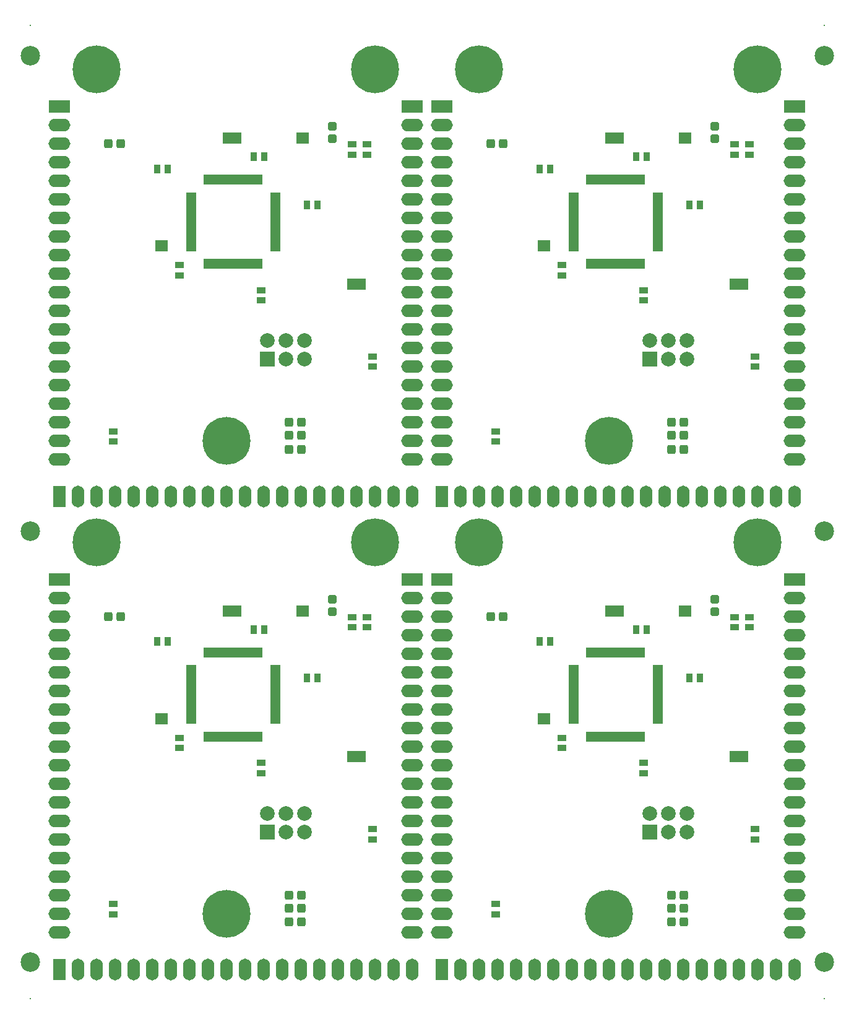
<source format=gts>
G04 Layer_Color=8388736*
%FSLAX25Y25*%
%MOIN*%
G70*
G01*
G75*
%ADD39R,0.10236X0.06299*%
%ADD40R,0.07087X0.06299*%
%ADD41C,0.10512*%
%ADD42R,0.03300X0.05800*%
G04:AMPARAMS|DCode=43|XSize=47.37mil|YSize=43.43mil|CornerRadius=8.43mil|HoleSize=0mil|Usage=FLASHONLY|Rotation=90.000|XOffset=0mil|YOffset=0mil|HoleType=Round|Shape=RoundedRectangle|*
%AMROUNDEDRECTD43*
21,1,0.04737,0.02657,0,0,90.0*
21,1,0.03051,0.04343,0,0,90.0*
1,1,0.01686,0.01329,0.01526*
1,1,0.01686,0.01329,-0.01526*
1,1,0.01686,-0.01329,-0.01526*
1,1,0.01686,-0.01329,0.01526*
%
%ADD43ROUNDEDRECTD43*%
%ADD44R,0.04540X0.03753*%
%ADD45R,0.03753X0.04540*%
G04:AMPARAMS|DCode=46|XSize=47.37mil|YSize=43.43mil|CornerRadius=8.43mil|HoleSize=0mil|Usage=FLASHONLY|Rotation=0.000|XOffset=0mil|YOffset=0mil|HoleType=Round|Shape=RoundedRectangle|*
%AMROUNDEDRECTD46*
21,1,0.04737,0.02657,0,0,0.0*
21,1,0.03051,0.04343,0,0,0.0*
1,1,0.01686,0.01526,-0.01329*
1,1,0.01686,-0.01526,-0.01329*
1,1,0.01686,-0.01526,0.01329*
1,1,0.01686,0.01526,0.01329*
%
%ADD46ROUNDEDRECTD46*%
%ADD47R,0.05524X0.01981*%
%ADD48R,0.01981X0.05524*%
%ADD49C,0.00800*%
%ADD50R,0.07887X0.07887*%
%ADD51C,0.07887*%
%ADD52C,0.25800*%
%ADD53R,0.11800X0.06800*%
%ADD54O,0.11800X0.06800*%
%ADD55R,0.06800X0.11800*%
%ADD56O,0.06800X0.11800*%
D39*
X167804Y122500D02*
D03*
X100953Y201000D02*
D03*
X373803Y122500D02*
D03*
X306953Y201000D02*
D03*
X167804Y377000D02*
D03*
X100953Y455500D02*
D03*
X373803Y377000D02*
D03*
X306953Y455500D02*
D03*
D40*
X138878Y201000D02*
D03*
X63000Y143000D02*
D03*
X344878Y201000D02*
D03*
X269000Y143000D02*
D03*
X138878Y455500D02*
D03*
X63000Y397500D02*
D03*
X344878Y455500D02*
D03*
X269000Y397500D02*
D03*
D41*
X-7874Y500000D02*
D03*
X419874D02*
D03*
X-7874Y244094D02*
D03*
X419874D02*
D03*
Y11811D02*
D03*
X-7874D02*
D03*
D42*
X171000Y122500D02*
D03*
X167757D02*
D03*
X164512D02*
D03*
X104244Y201000D02*
D03*
X101000D02*
D03*
X97757D02*
D03*
X140500D02*
D03*
X137257D02*
D03*
X64622Y143000D02*
D03*
X61378D02*
D03*
X377000Y122500D02*
D03*
X373757D02*
D03*
X370512D02*
D03*
X310244Y201000D02*
D03*
X307000D02*
D03*
X303757D02*
D03*
X346500D02*
D03*
X343257D02*
D03*
X270622Y143000D02*
D03*
X267378D02*
D03*
X171000Y377000D02*
D03*
X167757D02*
D03*
X164512D02*
D03*
X104244Y455500D02*
D03*
X101000D02*
D03*
X97757D02*
D03*
X140500D02*
D03*
X137257D02*
D03*
X64622Y397500D02*
D03*
X61378D02*
D03*
X377000Y377000D02*
D03*
X373757D02*
D03*
X370512D02*
D03*
X310244Y455500D02*
D03*
X307000D02*
D03*
X303757D02*
D03*
X346500D02*
D03*
X343257D02*
D03*
X270622Y397500D02*
D03*
X267378D02*
D03*
D43*
X138347Y48000D02*
D03*
X131653D02*
D03*
X138347Y41000D02*
D03*
X131653D02*
D03*
X138347Y33500D02*
D03*
X131653D02*
D03*
X34154Y198000D02*
D03*
X40846D02*
D03*
X344346Y48000D02*
D03*
X337653D02*
D03*
X344346Y41000D02*
D03*
X337653D02*
D03*
X344346Y33500D02*
D03*
X337653D02*
D03*
X240154Y198000D02*
D03*
X246847D02*
D03*
X138347Y302500D02*
D03*
X131653D02*
D03*
X138347Y295500D02*
D03*
X131653D02*
D03*
X138347Y288000D02*
D03*
X131653D02*
D03*
X34154Y452500D02*
D03*
X40846D02*
D03*
X344346Y302500D02*
D03*
X337653D02*
D03*
X344346Y295500D02*
D03*
X337653D02*
D03*
X344346Y288000D02*
D03*
X337653D02*
D03*
X240154Y452500D02*
D03*
X246847D02*
D03*
D44*
X176500Y77988D02*
D03*
Y83500D02*
D03*
X37000Y43256D02*
D03*
Y37744D02*
D03*
X173500Y192244D02*
D03*
Y197756D02*
D03*
X165500Y192244D02*
D03*
Y197756D02*
D03*
X116500Y113744D02*
D03*
Y119256D02*
D03*
X72500Y127244D02*
D03*
Y132756D02*
D03*
X382500Y77988D02*
D03*
Y83500D02*
D03*
X243000Y43256D02*
D03*
Y37744D02*
D03*
X379500Y192244D02*
D03*
Y197756D02*
D03*
X371500Y192244D02*
D03*
Y197756D02*
D03*
X322500Y113744D02*
D03*
Y119256D02*
D03*
X278500Y127244D02*
D03*
Y132756D02*
D03*
X176500Y332488D02*
D03*
Y338000D02*
D03*
X37000Y297756D02*
D03*
Y292244D02*
D03*
X173500Y446744D02*
D03*
Y452256D02*
D03*
X165500Y446744D02*
D03*
Y452256D02*
D03*
X116500Y368244D02*
D03*
Y373756D02*
D03*
X72500Y381744D02*
D03*
Y387256D02*
D03*
X382500Y332488D02*
D03*
Y338000D02*
D03*
X243000Y297756D02*
D03*
Y292244D02*
D03*
X379500Y446744D02*
D03*
Y452256D02*
D03*
X371500Y446744D02*
D03*
Y452256D02*
D03*
X322500Y368244D02*
D03*
Y373756D02*
D03*
X278500Y381744D02*
D03*
Y387256D02*
D03*
D45*
X118256Y191000D02*
D03*
X112744D02*
D03*
X60744Y184500D02*
D03*
X66256D02*
D03*
X146756Y165000D02*
D03*
X141244D02*
D03*
X324256Y191000D02*
D03*
X318744D02*
D03*
X266744Y184500D02*
D03*
X272256D02*
D03*
X352756Y165000D02*
D03*
X347244D02*
D03*
X118256Y445500D02*
D03*
X112744D02*
D03*
X60744Y439000D02*
D03*
X66256D02*
D03*
X146756Y419500D02*
D03*
X141244D02*
D03*
X324256Y445500D02*
D03*
X318744D02*
D03*
X266744Y439000D02*
D03*
X272256D02*
D03*
X352756Y419500D02*
D03*
X347244D02*
D03*
D46*
X155000Y200654D02*
D03*
Y207347D02*
D03*
X361000Y200654D02*
D03*
Y207347D02*
D03*
X155000Y455154D02*
D03*
Y461846D02*
D03*
X361000Y455154D02*
D03*
Y461846D02*
D03*
D47*
X124138Y141236D02*
D03*
Y143205D02*
D03*
Y145173D02*
D03*
Y147142D02*
D03*
Y149110D02*
D03*
Y151079D02*
D03*
Y153047D02*
D03*
Y155016D02*
D03*
Y156984D02*
D03*
Y158953D02*
D03*
Y160921D02*
D03*
Y162890D02*
D03*
Y164858D02*
D03*
Y166827D02*
D03*
Y168795D02*
D03*
Y170764D02*
D03*
X78862D02*
D03*
Y168795D02*
D03*
Y166827D02*
D03*
Y164858D02*
D03*
Y162890D02*
D03*
Y160921D02*
D03*
Y158953D02*
D03*
Y156984D02*
D03*
Y155016D02*
D03*
Y153047D02*
D03*
Y151079D02*
D03*
Y149110D02*
D03*
Y147142D02*
D03*
Y145173D02*
D03*
Y143205D02*
D03*
Y141236D02*
D03*
X330138D02*
D03*
Y143205D02*
D03*
Y145173D02*
D03*
Y147142D02*
D03*
Y149110D02*
D03*
Y151079D02*
D03*
Y153047D02*
D03*
Y155016D02*
D03*
Y156984D02*
D03*
Y158953D02*
D03*
Y160921D02*
D03*
Y162890D02*
D03*
Y164858D02*
D03*
Y166827D02*
D03*
Y168795D02*
D03*
Y170764D02*
D03*
X284862D02*
D03*
Y168795D02*
D03*
Y166827D02*
D03*
Y164858D02*
D03*
Y162890D02*
D03*
Y160921D02*
D03*
Y158953D02*
D03*
Y156984D02*
D03*
Y155016D02*
D03*
Y153047D02*
D03*
Y151079D02*
D03*
Y149110D02*
D03*
Y147142D02*
D03*
Y145173D02*
D03*
Y143205D02*
D03*
Y141236D02*
D03*
X124138Y395736D02*
D03*
Y397705D02*
D03*
Y399673D02*
D03*
Y401642D02*
D03*
Y403610D02*
D03*
Y405579D02*
D03*
Y407547D02*
D03*
Y409516D02*
D03*
Y411484D02*
D03*
Y413453D02*
D03*
Y415421D02*
D03*
Y417390D02*
D03*
Y419358D02*
D03*
Y421327D02*
D03*
Y423295D02*
D03*
Y425264D02*
D03*
X78862D02*
D03*
Y423295D02*
D03*
Y421327D02*
D03*
Y419358D02*
D03*
Y417390D02*
D03*
Y415421D02*
D03*
Y413453D02*
D03*
Y411484D02*
D03*
Y409516D02*
D03*
Y407547D02*
D03*
Y405579D02*
D03*
Y403610D02*
D03*
Y401642D02*
D03*
Y399673D02*
D03*
Y397705D02*
D03*
Y395736D02*
D03*
X330138D02*
D03*
Y397705D02*
D03*
Y399673D02*
D03*
Y401642D02*
D03*
Y403610D02*
D03*
Y405579D02*
D03*
Y407547D02*
D03*
Y409516D02*
D03*
Y411484D02*
D03*
Y413453D02*
D03*
Y415421D02*
D03*
Y417390D02*
D03*
Y419358D02*
D03*
Y421327D02*
D03*
Y423295D02*
D03*
Y425264D02*
D03*
X284862D02*
D03*
Y423295D02*
D03*
Y421327D02*
D03*
Y419358D02*
D03*
Y417390D02*
D03*
Y415421D02*
D03*
Y413453D02*
D03*
Y411484D02*
D03*
Y409516D02*
D03*
Y407547D02*
D03*
Y405579D02*
D03*
Y403610D02*
D03*
Y401642D02*
D03*
Y399673D02*
D03*
Y397705D02*
D03*
Y395736D02*
D03*
D48*
X116264Y178638D02*
D03*
X114295D02*
D03*
X112327D02*
D03*
X110358D02*
D03*
X108390D02*
D03*
X106421D02*
D03*
X104453D02*
D03*
X102484D02*
D03*
X100516D02*
D03*
X98547D02*
D03*
X96579D02*
D03*
X94610D02*
D03*
X92642D02*
D03*
X90673D02*
D03*
X88705D02*
D03*
X86736D02*
D03*
Y133362D02*
D03*
X88705D02*
D03*
X90673D02*
D03*
X92642D02*
D03*
X94610D02*
D03*
X96579D02*
D03*
X98547D02*
D03*
X100516D02*
D03*
X102484D02*
D03*
X104453D02*
D03*
X106421D02*
D03*
X108390D02*
D03*
X110358D02*
D03*
X112327D02*
D03*
X114295D02*
D03*
X116264D02*
D03*
X322264Y178638D02*
D03*
X320295D02*
D03*
X318327D02*
D03*
X316358D02*
D03*
X314390D02*
D03*
X312421D02*
D03*
X310453D02*
D03*
X308484D02*
D03*
X306516D02*
D03*
X304547D02*
D03*
X302579D02*
D03*
X300610D02*
D03*
X298642D02*
D03*
X296673D02*
D03*
X294705D02*
D03*
X292736D02*
D03*
Y133362D02*
D03*
X294705D02*
D03*
X296673D02*
D03*
X298642D02*
D03*
X300610D02*
D03*
X302579D02*
D03*
X304547D02*
D03*
X306516D02*
D03*
X308484D02*
D03*
X310453D02*
D03*
X312421D02*
D03*
X314390D02*
D03*
X316358D02*
D03*
X318327D02*
D03*
X320295D02*
D03*
X322264D02*
D03*
X116264Y433138D02*
D03*
X114295D02*
D03*
X112327D02*
D03*
X110358D02*
D03*
X108390D02*
D03*
X106421D02*
D03*
X104453D02*
D03*
X102484D02*
D03*
X100516D02*
D03*
X98547D02*
D03*
X96579D02*
D03*
X94610D02*
D03*
X92642D02*
D03*
X90673D02*
D03*
X88705D02*
D03*
X86736D02*
D03*
Y387862D02*
D03*
X88705D02*
D03*
X90673D02*
D03*
X92642D02*
D03*
X94610D02*
D03*
X96579D02*
D03*
X98547D02*
D03*
X100516D02*
D03*
X102484D02*
D03*
X104453D02*
D03*
X106421D02*
D03*
X108390D02*
D03*
X110358D02*
D03*
X112327D02*
D03*
X114295D02*
D03*
X116264D02*
D03*
X322264Y433138D02*
D03*
X320295D02*
D03*
X318327D02*
D03*
X316358D02*
D03*
X314390D02*
D03*
X312421D02*
D03*
X310453D02*
D03*
X308484D02*
D03*
X306516D02*
D03*
X304547D02*
D03*
X302579D02*
D03*
X300610D02*
D03*
X298642D02*
D03*
X296673D02*
D03*
X294705D02*
D03*
X292736D02*
D03*
Y387862D02*
D03*
X294705D02*
D03*
X296673D02*
D03*
X298642D02*
D03*
X300610D02*
D03*
X302579D02*
D03*
X304547D02*
D03*
X306516D02*
D03*
X308484D02*
D03*
X310453D02*
D03*
X312421D02*
D03*
X314390D02*
D03*
X316358D02*
D03*
X318327D02*
D03*
X320295D02*
D03*
X322264D02*
D03*
D49*
X-7874Y516374D02*
D03*
X-7874Y-7874D02*
D03*
X419874D02*
D03*
Y516374D02*
D03*
D50*
X120000Y82000D02*
D03*
X326000D02*
D03*
X120000Y336500D02*
D03*
X326000D02*
D03*
D51*
X120000Y92000D02*
D03*
X130000Y82000D02*
D03*
Y92000D02*
D03*
X140000Y82000D02*
D03*
Y92000D02*
D03*
X326000D02*
D03*
X336000Y82000D02*
D03*
Y92000D02*
D03*
X346000Y82000D02*
D03*
Y92000D02*
D03*
X120000Y346500D02*
D03*
X130000Y336500D02*
D03*
Y346500D02*
D03*
X140000Y336500D02*
D03*
Y346500D02*
D03*
X326000D02*
D03*
X336000Y336500D02*
D03*
Y346500D02*
D03*
X346000Y336500D02*
D03*
Y346500D02*
D03*
D52*
X98000Y38000D02*
D03*
X28000Y238000D02*
D03*
X178000D02*
D03*
X304000Y38000D02*
D03*
X234000Y238000D02*
D03*
X384000D02*
D03*
X98000Y292500D02*
D03*
X28000Y492500D02*
D03*
X178000D02*
D03*
X304000Y292500D02*
D03*
X234000Y492500D02*
D03*
X384000D02*
D03*
D53*
X8000Y218000D02*
D03*
X198000D02*
D03*
X214000D02*
D03*
X404000D02*
D03*
X8000Y472500D02*
D03*
X198000D02*
D03*
X214000D02*
D03*
X404000D02*
D03*
D54*
X8000Y208000D02*
D03*
Y198000D02*
D03*
Y188000D02*
D03*
Y178000D02*
D03*
Y168000D02*
D03*
Y158000D02*
D03*
Y148000D02*
D03*
Y138000D02*
D03*
Y128000D02*
D03*
Y118000D02*
D03*
Y108000D02*
D03*
Y98000D02*
D03*
Y88000D02*
D03*
Y78000D02*
D03*
Y68000D02*
D03*
Y58000D02*
D03*
Y48000D02*
D03*
Y38000D02*
D03*
Y28000D02*
D03*
X198000Y208000D02*
D03*
Y198000D02*
D03*
Y188000D02*
D03*
Y178000D02*
D03*
Y168000D02*
D03*
Y158000D02*
D03*
Y148000D02*
D03*
Y138000D02*
D03*
Y128000D02*
D03*
Y118000D02*
D03*
Y108000D02*
D03*
Y98000D02*
D03*
Y88000D02*
D03*
Y78000D02*
D03*
Y68000D02*
D03*
Y58000D02*
D03*
Y48000D02*
D03*
Y38000D02*
D03*
Y28000D02*
D03*
X214000Y208000D02*
D03*
Y198000D02*
D03*
Y188000D02*
D03*
Y178000D02*
D03*
Y168000D02*
D03*
Y158000D02*
D03*
Y148000D02*
D03*
Y138000D02*
D03*
Y128000D02*
D03*
Y118000D02*
D03*
Y108000D02*
D03*
Y98000D02*
D03*
Y88000D02*
D03*
Y78000D02*
D03*
Y68000D02*
D03*
Y58000D02*
D03*
Y48000D02*
D03*
Y38000D02*
D03*
Y28000D02*
D03*
X404000Y208000D02*
D03*
Y198000D02*
D03*
Y188000D02*
D03*
Y178000D02*
D03*
Y168000D02*
D03*
Y158000D02*
D03*
Y148000D02*
D03*
Y138000D02*
D03*
Y128000D02*
D03*
Y118000D02*
D03*
Y108000D02*
D03*
Y98000D02*
D03*
Y88000D02*
D03*
Y78000D02*
D03*
Y68000D02*
D03*
Y58000D02*
D03*
Y48000D02*
D03*
Y38000D02*
D03*
Y28000D02*
D03*
X8000Y462500D02*
D03*
Y452500D02*
D03*
Y442500D02*
D03*
Y432500D02*
D03*
Y422500D02*
D03*
Y412500D02*
D03*
Y402500D02*
D03*
Y392500D02*
D03*
Y382500D02*
D03*
Y372500D02*
D03*
Y362500D02*
D03*
Y352500D02*
D03*
Y342500D02*
D03*
Y332500D02*
D03*
Y322500D02*
D03*
Y312500D02*
D03*
Y302500D02*
D03*
Y292500D02*
D03*
Y282500D02*
D03*
X198000Y462500D02*
D03*
Y452500D02*
D03*
Y442500D02*
D03*
Y432500D02*
D03*
Y422500D02*
D03*
Y412500D02*
D03*
Y402500D02*
D03*
Y392500D02*
D03*
Y382500D02*
D03*
Y372500D02*
D03*
Y362500D02*
D03*
Y352500D02*
D03*
Y342500D02*
D03*
Y332500D02*
D03*
Y322500D02*
D03*
Y312500D02*
D03*
Y302500D02*
D03*
Y292500D02*
D03*
Y282500D02*
D03*
X214000Y462500D02*
D03*
Y452500D02*
D03*
Y442500D02*
D03*
Y432500D02*
D03*
Y422500D02*
D03*
Y412500D02*
D03*
Y402500D02*
D03*
Y392500D02*
D03*
Y382500D02*
D03*
Y372500D02*
D03*
Y362500D02*
D03*
Y352500D02*
D03*
Y342500D02*
D03*
Y332500D02*
D03*
Y322500D02*
D03*
Y312500D02*
D03*
Y302500D02*
D03*
Y292500D02*
D03*
Y282500D02*
D03*
X404000Y462500D02*
D03*
Y452500D02*
D03*
Y442500D02*
D03*
Y432500D02*
D03*
Y422500D02*
D03*
Y412500D02*
D03*
Y402500D02*
D03*
Y392500D02*
D03*
Y382500D02*
D03*
Y372500D02*
D03*
Y362500D02*
D03*
Y352500D02*
D03*
Y342500D02*
D03*
Y332500D02*
D03*
Y322500D02*
D03*
Y312500D02*
D03*
Y302500D02*
D03*
Y292500D02*
D03*
Y282500D02*
D03*
D55*
X8000Y8000D02*
D03*
X214000D02*
D03*
X8000Y262500D02*
D03*
X214000D02*
D03*
D56*
X18000Y8000D02*
D03*
X28000D02*
D03*
X38000D02*
D03*
X48000D02*
D03*
X58000D02*
D03*
X68000D02*
D03*
X78000D02*
D03*
X88000D02*
D03*
X98000D02*
D03*
X108000D02*
D03*
X118000D02*
D03*
X128000D02*
D03*
X138000D02*
D03*
X148000D02*
D03*
X158000D02*
D03*
X168000D02*
D03*
X178000D02*
D03*
X188000D02*
D03*
X198000D02*
D03*
X224000D02*
D03*
X234000D02*
D03*
X244000D02*
D03*
X254000D02*
D03*
X264000D02*
D03*
X274000D02*
D03*
X284000D02*
D03*
X294000D02*
D03*
X304000D02*
D03*
X314000D02*
D03*
X324000D02*
D03*
X334000D02*
D03*
X344000D02*
D03*
X354000D02*
D03*
X364000D02*
D03*
X374000D02*
D03*
X384000D02*
D03*
X394000D02*
D03*
X404000D02*
D03*
X18000Y262500D02*
D03*
X28000D02*
D03*
X38000D02*
D03*
X48000D02*
D03*
X58000D02*
D03*
X68000D02*
D03*
X78000D02*
D03*
X88000D02*
D03*
X98000D02*
D03*
X108000D02*
D03*
X118000D02*
D03*
X128000D02*
D03*
X138000D02*
D03*
X148000D02*
D03*
X158000D02*
D03*
X168000D02*
D03*
X178000D02*
D03*
X188000D02*
D03*
X198000D02*
D03*
X224000D02*
D03*
X234000D02*
D03*
X244000D02*
D03*
X254000D02*
D03*
X264000D02*
D03*
X274000D02*
D03*
X284000D02*
D03*
X294000D02*
D03*
X304000D02*
D03*
X314000D02*
D03*
X324000D02*
D03*
X334000D02*
D03*
X344000D02*
D03*
X354000D02*
D03*
X364000D02*
D03*
X374000D02*
D03*
X384000D02*
D03*
X394000D02*
D03*
X404000D02*
D03*
M02*

</source>
